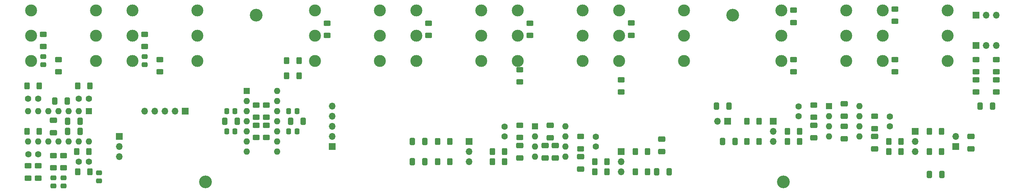
<source format=gbr>
%TF.GenerationSoftware,KiCad,Pcbnew,(6.0.10)*%
%TF.CreationDate,2023-04-08T13:18:27+03:00*%
%TF.ProjectId,DelSol_Mixer,44656c53-6f6c-45f4-9d69-7865722e6b69,rev?*%
%TF.SameCoordinates,Original*%
%TF.FileFunction,Soldermask,Bot*%
%TF.FilePolarity,Negative*%
%FSLAX46Y46*%
G04 Gerber Fmt 4.6, Leading zero omitted, Abs format (unit mm)*
G04 Created by KiCad (PCBNEW (6.0.10)) date 2023-04-08 13:18:27*
%MOMM*%
%LPD*%
G01*
G04 APERTURE LIST*
G04 Aperture macros list*
%AMRoundRect*
0 Rectangle with rounded corners*
0 $1 Rounding radius*
0 $2 $3 $4 $5 $6 $7 $8 $9 X,Y pos of 4 corners*
0 Add a 4 corners polygon primitive as box body*
4,1,4,$2,$3,$4,$5,$6,$7,$8,$9,$2,$3,0*
0 Add four circle primitives for the rounded corners*
1,1,$1+$1,$2,$3*
1,1,$1+$1,$4,$5*
1,1,$1+$1,$6,$7*
1,1,$1+$1,$8,$9*
0 Add four rect primitives between the rounded corners*
20,1,$1+$1,$2,$3,$4,$5,0*
20,1,$1+$1,$4,$5,$6,$7,0*
20,1,$1+$1,$6,$7,$8,$9,0*
20,1,$1+$1,$8,$9,$2,$3,0*%
G04 Aperture macros list end*
%ADD10R,1.700000X1.700000*%
%ADD11O,1.700000X1.700000*%
%ADD12C,3.200000*%
%ADD13C,3.000000*%
%ADD14C,1.600000*%
%ADD15R,1.600000X1.600000*%
%ADD16O,1.600000X1.600000*%
%ADD17RoundRect,0.250000X0.625000X-0.400000X0.625000X0.400000X-0.625000X0.400000X-0.625000X-0.400000X0*%
%ADD18RoundRect,0.250000X-0.625000X0.400000X-0.625000X-0.400000X0.625000X-0.400000X0.625000X0.400000X0*%
%ADD19RoundRect,0.250000X-0.412500X-0.650000X0.412500X-0.650000X0.412500X0.650000X-0.412500X0.650000X0*%
%ADD20RoundRect,0.250000X0.475000X-0.337500X0.475000X0.337500X-0.475000X0.337500X-0.475000X-0.337500X0*%
%ADD21RoundRect,0.250000X-0.400000X-0.625000X0.400000X-0.625000X0.400000X0.625000X-0.400000X0.625000X0*%
%ADD22RoundRect,0.250000X-0.337500X-0.475000X0.337500X-0.475000X0.337500X0.475000X-0.337500X0.475000X0*%
%ADD23RoundRect,0.250000X0.400000X0.625000X-0.400000X0.625000X-0.400000X-0.625000X0.400000X-0.625000X0*%
%ADD24RoundRect,0.250000X-0.650000X0.412500X-0.650000X-0.412500X0.650000X-0.412500X0.650000X0.412500X0*%
%ADD25RoundRect,0.250000X0.650000X-0.412500X0.650000X0.412500X-0.650000X0.412500X-0.650000X-0.412500X0*%
%ADD26RoundRect,0.250000X0.337500X0.475000X-0.337500X0.475000X-0.337500X-0.475000X0.337500X-0.475000X0*%
%ADD27RoundRect,0.250000X0.412500X0.650000X-0.412500X0.650000X-0.412500X-0.650000X0.412500X-0.650000X0*%
G04 APERTURE END LIST*
D10*
X238760000Y-52070000D03*
D11*
X238760000Y-54610000D03*
X238760000Y-57150000D03*
D12*
X205740000Y-64770000D03*
D13*
X88405000Y-28025000D03*
X104635000Y-28025000D03*
X88405000Y-21675000D03*
X104635000Y-21675000D03*
X88405000Y-34375000D03*
X104635000Y-34375000D03*
D10*
X127000000Y-54610000D03*
D11*
X127000000Y-57150000D03*
X127000000Y-59690000D03*
D10*
X254000000Y-22860000D03*
D11*
X256540000Y-22860000D03*
X259080000Y-22860000D03*
D13*
X230645000Y-28025000D03*
X246875000Y-28025000D03*
X230645000Y-21675000D03*
X246875000Y-21675000D03*
X230645000Y-34375000D03*
X246875000Y-34375000D03*
X139205000Y-28025000D03*
X155435000Y-28025000D03*
X139205000Y-21675000D03*
X155435000Y-21675000D03*
X139205000Y-34375000D03*
X155435000Y-34375000D03*
D14*
X135890000Y-53340000D03*
X135890000Y-50840000D03*
D13*
X205245000Y-28025000D03*
X221475000Y-28025000D03*
X205245000Y-21675000D03*
X221475000Y-21675000D03*
X205245000Y-34375000D03*
X221475000Y-34375000D03*
D10*
X55875000Y-46990000D03*
D11*
X53335000Y-46990000D03*
X50795000Y-46990000D03*
X48255000Y-46990000D03*
X45715000Y-46990000D03*
D14*
X209550000Y-48260000D03*
X209550000Y-45760000D03*
D12*
X73660000Y-22860000D03*
D13*
X17285000Y-28025000D03*
X33515000Y-28025000D03*
X17285000Y-21675000D03*
X33515000Y-21675000D03*
X17285000Y-34375000D03*
X33515000Y-34375000D03*
D14*
X29210000Y-43815000D03*
X31710000Y-43815000D03*
D10*
X191770000Y-49530000D03*
D11*
X189230000Y-49530000D03*
D10*
X248920000Y-55880000D03*
D11*
X248920000Y-53340000D03*
D12*
X193040000Y-22860000D03*
D13*
X164605000Y-28025000D03*
X180835000Y-28025000D03*
X164605000Y-21675000D03*
X180835000Y-21675000D03*
X164605000Y-34375000D03*
X180835000Y-34375000D03*
D14*
X29215000Y-59700000D03*
X31715000Y-59700000D03*
D13*
X42685000Y-28025000D03*
X58915000Y-28025000D03*
X42685000Y-21675000D03*
X58915000Y-21675000D03*
X42685000Y-34375000D03*
X58915000Y-34375000D03*
D10*
X39370000Y-53355000D03*
D11*
X39370000Y-55895000D03*
X39370000Y-58435000D03*
D12*
X60960000Y-64770000D03*
D15*
X217180000Y-45730000D03*
D16*
X217180000Y-48270000D03*
X217180000Y-50810000D03*
X217180000Y-53350000D03*
X224800000Y-53350000D03*
X224800000Y-50810000D03*
X224800000Y-48270000D03*
X224800000Y-45730000D03*
D10*
X203200000Y-49530000D03*
D11*
X203200000Y-52070000D03*
X203200000Y-54610000D03*
D15*
X71300000Y-41910000D03*
D16*
X71300000Y-44450000D03*
X71300000Y-46990000D03*
X71300000Y-49530000D03*
X71300000Y-52070000D03*
X71300000Y-54610000D03*
X71300000Y-57150000D03*
X78920000Y-57150000D03*
X78920000Y-54610000D03*
X78920000Y-52070000D03*
X78920000Y-49530000D03*
X78920000Y-46990000D03*
X78920000Y-44450000D03*
X78920000Y-41910000D03*
D15*
X143520000Y-50810000D03*
D16*
X143520000Y-53350000D03*
X143520000Y-55890000D03*
X143520000Y-58430000D03*
X151140000Y-58430000D03*
X151140000Y-55890000D03*
X151140000Y-53350000D03*
X151140000Y-50810000D03*
D14*
X158750000Y-55880000D03*
X158750000Y-53380000D03*
D10*
X254000000Y-30480000D03*
D11*
X256540000Y-30480000D03*
X259080000Y-30480000D03*
D15*
X31755000Y-47000000D03*
D16*
X29215000Y-47000000D03*
X26675000Y-47000000D03*
X24135000Y-47000000D03*
X21595000Y-47000000D03*
X19055000Y-47000000D03*
X16515000Y-47000000D03*
X16515000Y-54620000D03*
X19055000Y-54620000D03*
X21595000Y-54620000D03*
X24135000Y-54620000D03*
X26675000Y-54620000D03*
X29215000Y-54620000D03*
X31755000Y-54620000D03*
D14*
X232410000Y-50800000D03*
X232410000Y-48300000D03*
D10*
X165100000Y-57165000D03*
D11*
X165100000Y-59705000D03*
X165100000Y-62245000D03*
D14*
X19050000Y-57785000D03*
X16550000Y-57785000D03*
D10*
X92710000Y-55880000D03*
D11*
X92710000Y-53340000D03*
X92710000Y-50800000D03*
X92710000Y-48260000D03*
X92710000Y-45720000D03*
D13*
X113805000Y-28025000D03*
X130035000Y-28025000D03*
X113805000Y-21675000D03*
X130035000Y-21675000D03*
X113805000Y-34375000D03*
X130035000Y-34375000D03*
D14*
X19030000Y-43815000D03*
X16530000Y-43815000D03*
D17*
X16510000Y-63790000D03*
X16510000Y-60690000D03*
D18*
X254000000Y-34010000D03*
X254000000Y-37110000D03*
D19*
X112737500Y-54610000D03*
X115862500Y-54610000D03*
D17*
X139700000Y-53620000D03*
X139700000Y-50520000D03*
D19*
X242277500Y-62865000D03*
X245402500Y-62865000D03*
D20*
X34290000Y-64537500D03*
X34290000Y-62462500D03*
D21*
X119100000Y-54610000D03*
X122200000Y-54610000D03*
D22*
X66272500Y-46990000D03*
X68347500Y-46990000D03*
D18*
X91440000Y-24840000D03*
X91440000Y-27940000D03*
D17*
X22860000Y-61240000D03*
X22860000Y-58140000D03*
D23*
X235230000Y-54610000D03*
X232130000Y-54610000D03*
D19*
X190500000Y-54610000D03*
X193625000Y-54610000D03*
D24*
X175260000Y-54025000D03*
X175260000Y-57150000D03*
D25*
X154940000Y-61545000D03*
X154940000Y-58420000D03*
D20*
X25400000Y-65807500D03*
X25400000Y-63732500D03*
D18*
X259080000Y-39090000D03*
X259080000Y-42190000D03*
X76200000Y-45440000D03*
X76200000Y-48540000D03*
D21*
X119100000Y-59690000D03*
X122200000Y-59690000D03*
D17*
X233680000Y-37110000D03*
X233680000Y-34010000D03*
D23*
X161570000Y-62230000D03*
X158470000Y-62230000D03*
D24*
X220980000Y-50800000D03*
X220980000Y-53925000D03*
D17*
X228600000Y-51360000D03*
X228600000Y-48260000D03*
X25400000Y-61240000D03*
X25400000Y-58140000D03*
D18*
X208280000Y-21590000D03*
X208280000Y-24690000D03*
X49530000Y-34010000D03*
X49530000Y-37110000D03*
D23*
X161570000Y-59690000D03*
X158470000Y-59690000D03*
D18*
X142240000Y-24840000D03*
X142240000Y-27940000D03*
D19*
X188937500Y-45720000D03*
X192062500Y-45720000D03*
D18*
X116840000Y-24840000D03*
X116840000Y-27940000D03*
D24*
X147320000Y-50507500D03*
X147320000Y-53632500D03*
D17*
X73660000Y-53620000D03*
X73660000Y-50520000D03*
D23*
X235230000Y-57150000D03*
X232130000Y-57150000D03*
D18*
X73660000Y-45440000D03*
X73660000Y-48540000D03*
X233680000Y-21310000D03*
X233680000Y-24410000D03*
D21*
X206730000Y-52070000D03*
X209830000Y-52070000D03*
D18*
X167640000Y-24790000D03*
X167640000Y-27890000D03*
D26*
X83857500Y-52070000D03*
X81782500Y-52070000D03*
D23*
X171730000Y-57150000D03*
X168630000Y-57150000D03*
D21*
X81280000Y-34290000D03*
X84380000Y-34290000D03*
D19*
X26377500Y-49540000D03*
X29502500Y-49540000D03*
D25*
X228600000Y-56465000D03*
X228600000Y-53340000D03*
D21*
X28930000Y-40640000D03*
X32030000Y-40640000D03*
D23*
X245390000Y-52070000D03*
X242290000Y-52070000D03*
X19330000Y-40640000D03*
X16230000Y-40640000D03*
D18*
X259080000Y-34010000D03*
X259080000Y-37110000D03*
D23*
X19330000Y-52070000D03*
X16230000Y-52070000D03*
D20*
X45720000Y-35327500D03*
X45720000Y-33252500D03*
D19*
X112737500Y-59690000D03*
X115862500Y-59690000D03*
D21*
X206730000Y-54610000D03*
X209830000Y-54610000D03*
D17*
X208280000Y-37110000D03*
X208280000Y-34010000D03*
D24*
X220980000Y-45135000D03*
X220980000Y-48260000D03*
D26*
X83857500Y-46990000D03*
X81782500Y-46990000D03*
D21*
X132790000Y-57150000D03*
X135890000Y-57150000D03*
X196570000Y-49530000D03*
X199670000Y-49530000D03*
D18*
X45720000Y-27660000D03*
X45720000Y-30760000D03*
D27*
X68872500Y-49530000D03*
X65747500Y-49530000D03*
X177115000Y-62230000D03*
X173990000Y-62230000D03*
D24*
X148590000Y-55587500D03*
X148590000Y-58712500D03*
D17*
X19055000Y-63790000D03*
X19055000Y-60690000D03*
D24*
X22860000Y-49237500D03*
X22860000Y-52362500D03*
D21*
X196570000Y-54610000D03*
X199670000Y-54610000D03*
D17*
X76200000Y-53620000D03*
X76200000Y-50520000D03*
D23*
X171730000Y-62230000D03*
X168630000Y-62230000D03*
D18*
X24130000Y-34010000D03*
X24130000Y-37110000D03*
D27*
X29502500Y-52070000D03*
X26377500Y-52070000D03*
D25*
X139700000Y-58712500D03*
X139700000Y-55587500D03*
D17*
X139700000Y-39650000D03*
X139700000Y-36550000D03*
D19*
X23202500Y-44450000D03*
X26327500Y-44450000D03*
D17*
X213360000Y-48540000D03*
X213360000Y-45440000D03*
D21*
X132790000Y-59690000D03*
X135890000Y-59690000D03*
D23*
X245390000Y-57150000D03*
X242290000Y-57150000D03*
D27*
X85382500Y-49530000D03*
X82257500Y-49530000D03*
D18*
X20320000Y-27660000D03*
X20320000Y-30760000D03*
D23*
X32030000Y-62230000D03*
X28930000Y-62230000D03*
D24*
X146050000Y-55587500D03*
X146050000Y-58712500D03*
D21*
X81280000Y-38100000D03*
X84380000Y-38100000D03*
X28650000Y-57160000D03*
X31750000Y-57160000D03*
D20*
X20320000Y-35327500D03*
X20320000Y-33252500D03*
D17*
X154940000Y-56440000D03*
X154940000Y-53340000D03*
D25*
X213360000Y-53632500D03*
X213360000Y-50507500D03*
D17*
X165100000Y-42190000D03*
X165100000Y-39090000D03*
D18*
X254000000Y-39090000D03*
X254000000Y-42190000D03*
D25*
X252730000Y-56465000D03*
X252730000Y-53340000D03*
D20*
X22860000Y-65807500D03*
X22860000Y-63732500D03*
D27*
X258102500Y-45720000D03*
X254977500Y-45720000D03*
D22*
X66272500Y-52070000D03*
X68347500Y-52070000D03*
M02*

</source>
